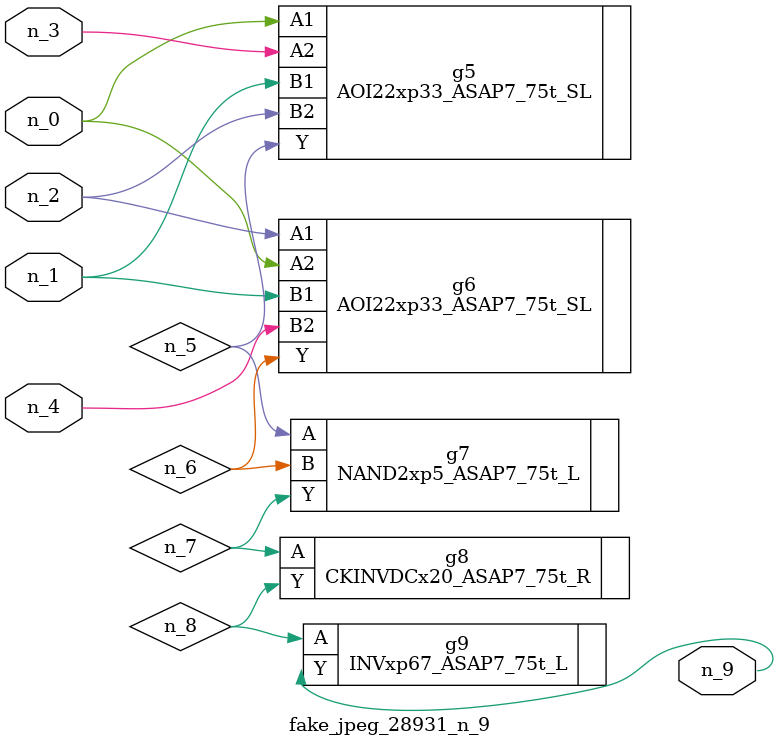
<source format=v>
module fake_jpeg_28931_n_9 (n_3, n_2, n_1, n_0, n_4, n_9);

input n_3;
input n_2;
input n_1;
input n_0;
input n_4;

output n_9;

wire n_8;
wire n_6;
wire n_5;
wire n_7;

AOI22xp33_ASAP7_75t_SL g5 ( 
.A1(n_0),
.A2(n_3),
.B1(n_1),
.B2(n_2),
.Y(n_5)
);

AOI22xp33_ASAP7_75t_SL g6 ( 
.A1(n_2),
.A2(n_0),
.B1(n_1),
.B2(n_4),
.Y(n_6)
);

NAND2xp5_ASAP7_75t_L g7 ( 
.A(n_5),
.B(n_6),
.Y(n_7)
);

CKINVDCx20_ASAP7_75t_R g8 ( 
.A(n_7),
.Y(n_8)
);

INVxp67_ASAP7_75t_L g9 ( 
.A(n_8),
.Y(n_9)
);


endmodule
</source>
